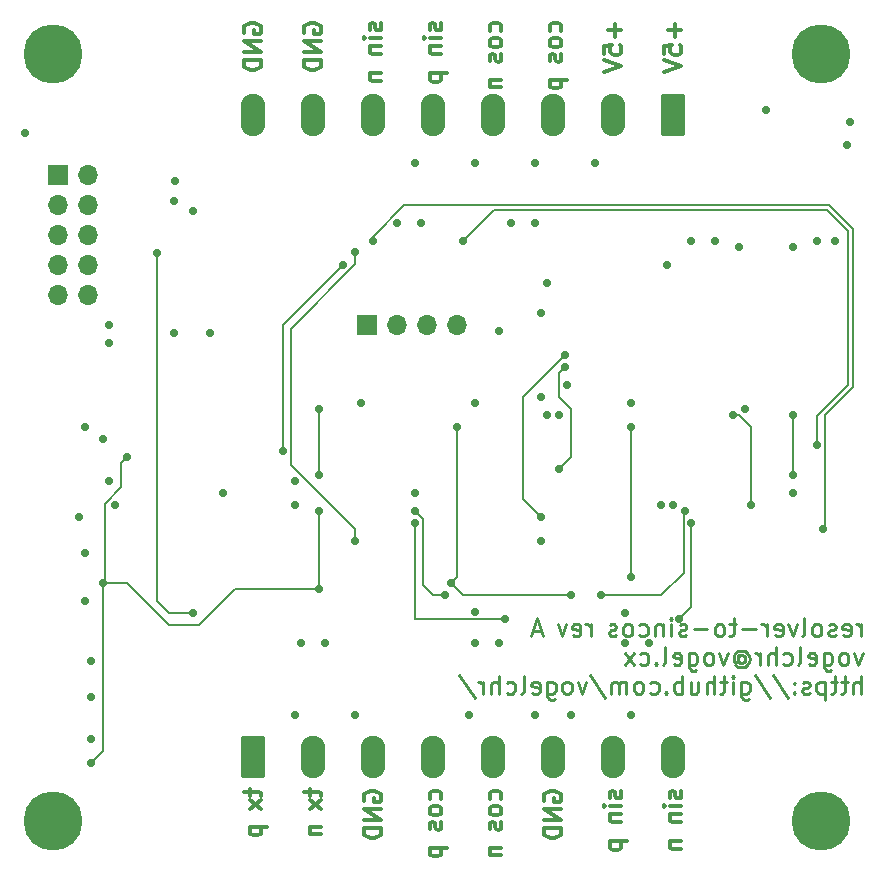
<source format=gbr>
%TF.GenerationSoftware,KiCad,Pcbnew,(6.99.0-4793-g33d76f63b0-dirty)*%
%TF.CreationDate,2022-12-11T21:20:13+01:00*%
%TF.ProjectId,resolver-to-sincos,7265736f-6c76-4657-922d-746f2d73696e,rev?*%
%TF.SameCoordinates,Original*%
%TF.FileFunction,Copper,L4,Bot*%
%TF.FilePolarity,Positive*%
%FSLAX46Y46*%
G04 Gerber Fmt 4.6, Leading zero omitted, Abs format (unit mm)*
G04 Created by KiCad (PCBNEW (6.99.0-4793-g33d76f63b0-dirty)) date 2022-12-11 21:20:13*
%MOMM*%
%LPD*%
G01*
G04 APERTURE LIST*
G04 Aperture macros list*
%AMRoundRect*
0 Rectangle with rounded corners*
0 $1 Rounding radius*
0 $2 $3 $4 $5 $6 $7 $8 $9 X,Y pos of 4 corners*
0 Add a 4 corners polygon primitive as box body*
4,1,4,$2,$3,$4,$5,$6,$7,$8,$9,$2,$3,0*
0 Add four circle primitives for the rounded corners*
1,1,$1+$1,$2,$3*
1,1,$1+$1,$4,$5*
1,1,$1+$1,$6,$7*
1,1,$1+$1,$8,$9*
0 Add four rect primitives between the rounded corners*
20,1,$1+$1,$2,$3,$4,$5,0*
20,1,$1+$1,$4,$5,$6,$7,0*
20,1,$1+$1,$6,$7,$8,$9,0*
20,1,$1+$1,$8,$9,$2,$3,0*%
G04 Aperture macros list end*
%ADD10C,0.300000*%
%TA.AperFunction,NonConductor*%
%ADD11C,0.300000*%
%TD*%
%ADD12C,0.250000*%
%TA.AperFunction,NonConductor*%
%ADD13C,0.250000*%
%TD*%
%TA.AperFunction,ComponentPad*%
%ADD14R,1.700000X1.700000*%
%TD*%
%TA.AperFunction,ComponentPad*%
%ADD15O,1.700000X1.700000*%
%TD*%
%TA.AperFunction,ComponentPad*%
%ADD16C,5.000000*%
%TD*%
%TA.AperFunction,ComponentPad*%
%ADD17RoundRect,0.249999X0.790001X1.550001X-0.790001X1.550001X-0.790001X-1.550001X0.790001X-1.550001X0*%
%TD*%
%TA.AperFunction,ComponentPad*%
%ADD18O,2.080000X3.600000*%
%TD*%
%TA.AperFunction,ComponentPad*%
%ADD19RoundRect,0.249999X-0.790001X-1.550001X0.790001X-1.550001X0.790001X1.550001X-0.790001X1.550001X0*%
%TD*%
%TA.AperFunction,ViaPad*%
%ADD20C,0.700000*%
%TD*%
%TA.AperFunction,Conductor*%
%ADD21C,0.200000*%
%TD*%
G04 APERTURE END LIST*
D10*
D11*
X157598142Y-102465142D02*
X157598142Y-103608000D01*
X158169571Y-103036571D02*
X157026714Y-103036571D01*
X156669571Y-105036571D02*
X156669571Y-104322285D01*
X156669571Y-104322285D02*
X157383857Y-104250857D01*
X157383857Y-104250857D02*
X157312428Y-104322285D01*
X157312428Y-104322285D02*
X157241000Y-104465143D01*
X157241000Y-104465143D02*
X157241000Y-104822285D01*
X157241000Y-104822285D02*
X157312428Y-104965143D01*
X157312428Y-104965143D02*
X157383857Y-105036571D01*
X157383857Y-105036571D02*
X157526714Y-105108000D01*
X157526714Y-105108000D02*
X157883857Y-105108000D01*
X157883857Y-105108000D02*
X158026714Y-105036571D01*
X158026714Y-105036571D02*
X158098142Y-104965143D01*
X158098142Y-104965143D02*
X158169571Y-104822285D01*
X158169571Y-104822285D02*
X158169571Y-104465143D01*
X158169571Y-104465143D02*
X158098142Y-104322285D01*
X158098142Y-104322285D02*
X158026714Y-104250857D01*
X156669571Y-105536571D02*
X158169571Y-106036571D01*
X158169571Y-106036571D02*
X156669571Y-106536571D01*
D10*
D11*
X152518142Y-102465142D02*
X152518142Y-103608000D01*
X153089571Y-103036571D02*
X151946714Y-103036571D01*
X151589571Y-105036571D02*
X151589571Y-104322285D01*
X151589571Y-104322285D02*
X152303857Y-104250857D01*
X152303857Y-104250857D02*
X152232428Y-104322285D01*
X152232428Y-104322285D02*
X152161000Y-104465143D01*
X152161000Y-104465143D02*
X152161000Y-104822285D01*
X152161000Y-104822285D02*
X152232428Y-104965143D01*
X152232428Y-104965143D02*
X152303857Y-105036571D01*
X152303857Y-105036571D02*
X152446714Y-105108000D01*
X152446714Y-105108000D02*
X152803857Y-105108000D01*
X152803857Y-105108000D02*
X152946714Y-105036571D01*
X152946714Y-105036571D02*
X153018142Y-104965143D01*
X153018142Y-104965143D02*
X153089571Y-104822285D01*
X153089571Y-104822285D02*
X153089571Y-104465143D01*
X153089571Y-104465143D02*
X153018142Y-104322285D01*
X153018142Y-104322285D02*
X152946714Y-104250857D01*
X151589571Y-105536571D02*
X153089571Y-106036571D01*
X153089571Y-106036571D02*
X151589571Y-106536571D01*
D10*
D11*
X121181000Y-103250857D02*
X121109571Y-103108000D01*
X121109571Y-103108000D02*
X121109571Y-102893714D01*
X121109571Y-102893714D02*
X121181000Y-102679428D01*
X121181000Y-102679428D02*
X121323857Y-102536571D01*
X121323857Y-102536571D02*
X121466714Y-102465142D01*
X121466714Y-102465142D02*
X121752428Y-102393714D01*
X121752428Y-102393714D02*
X121966714Y-102393714D01*
X121966714Y-102393714D02*
X122252428Y-102465142D01*
X122252428Y-102465142D02*
X122395285Y-102536571D01*
X122395285Y-102536571D02*
X122538142Y-102679428D01*
X122538142Y-102679428D02*
X122609571Y-102893714D01*
X122609571Y-102893714D02*
X122609571Y-103036571D01*
X122609571Y-103036571D02*
X122538142Y-103250857D01*
X122538142Y-103250857D02*
X122466714Y-103322285D01*
X122466714Y-103322285D02*
X121966714Y-103322285D01*
X121966714Y-103322285D02*
X121966714Y-103036571D01*
X122609571Y-103965142D02*
X121109571Y-103965142D01*
X121109571Y-103965142D02*
X122609571Y-104822285D01*
X122609571Y-104822285D02*
X121109571Y-104822285D01*
X122609571Y-105536571D02*
X121109571Y-105536571D01*
X121109571Y-105536571D02*
X121109571Y-105893714D01*
X121109571Y-105893714D02*
X121181000Y-106108000D01*
X121181000Y-106108000D02*
X121323857Y-106250857D01*
X121323857Y-106250857D02*
X121466714Y-106322286D01*
X121466714Y-106322286D02*
X121752428Y-106393714D01*
X121752428Y-106393714D02*
X121966714Y-106393714D01*
X121966714Y-106393714D02*
X122252428Y-106322286D01*
X122252428Y-106322286D02*
X122395285Y-106250857D01*
X122395285Y-106250857D02*
X122538142Y-106108000D01*
X122538142Y-106108000D02*
X122609571Y-105893714D01*
X122609571Y-105893714D02*
X122609571Y-105536571D01*
D10*
D11*
X126261000Y-103250857D02*
X126189571Y-103108000D01*
X126189571Y-103108000D02*
X126189571Y-102893714D01*
X126189571Y-102893714D02*
X126261000Y-102679428D01*
X126261000Y-102679428D02*
X126403857Y-102536571D01*
X126403857Y-102536571D02*
X126546714Y-102465142D01*
X126546714Y-102465142D02*
X126832428Y-102393714D01*
X126832428Y-102393714D02*
X127046714Y-102393714D01*
X127046714Y-102393714D02*
X127332428Y-102465142D01*
X127332428Y-102465142D02*
X127475285Y-102536571D01*
X127475285Y-102536571D02*
X127618142Y-102679428D01*
X127618142Y-102679428D02*
X127689571Y-102893714D01*
X127689571Y-102893714D02*
X127689571Y-103036571D01*
X127689571Y-103036571D02*
X127618142Y-103250857D01*
X127618142Y-103250857D02*
X127546714Y-103322285D01*
X127546714Y-103322285D02*
X127046714Y-103322285D01*
X127046714Y-103322285D02*
X127046714Y-103036571D01*
X127689571Y-103965142D02*
X126189571Y-103965142D01*
X126189571Y-103965142D02*
X127689571Y-104822285D01*
X127689571Y-104822285D02*
X126189571Y-104822285D01*
X127689571Y-105536571D02*
X126189571Y-105536571D01*
X126189571Y-105536571D02*
X126189571Y-105893714D01*
X126189571Y-105893714D02*
X126261000Y-106108000D01*
X126261000Y-106108000D02*
X126403857Y-106250857D01*
X126403857Y-106250857D02*
X126546714Y-106322286D01*
X126546714Y-106322286D02*
X126832428Y-106393714D01*
X126832428Y-106393714D02*
X127046714Y-106393714D01*
X127046714Y-106393714D02*
X127332428Y-106322286D01*
X127332428Y-106322286D02*
X127475285Y-106250857D01*
X127475285Y-106250857D02*
X127618142Y-106108000D01*
X127618142Y-106108000D02*
X127689571Y-105893714D01*
X127689571Y-105893714D02*
X127689571Y-105536571D01*
D10*
D11*
X147938142Y-103108000D02*
X148009571Y-102965142D01*
X148009571Y-102965142D02*
X148009571Y-102679428D01*
X148009571Y-102679428D02*
X147938142Y-102536571D01*
X147938142Y-102536571D02*
X147866714Y-102465142D01*
X147866714Y-102465142D02*
X147723857Y-102393714D01*
X147723857Y-102393714D02*
X147295285Y-102393714D01*
X147295285Y-102393714D02*
X147152428Y-102465142D01*
X147152428Y-102465142D02*
X147081000Y-102536571D01*
X147081000Y-102536571D02*
X147009571Y-102679428D01*
X147009571Y-102679428D02*
X147009571Y-102965142D01*
X147009571Y-102965142D02*
X147081000Y-103108000D01*
X148009571Y-103965142D02*
X147938142Y-103822285D01*
X147938142Y-103822285D02*
X147866714Y-103750856D01*
X147866714Y-103750856D02*
X147723857Y-103679428D01*
X147723857Y-103679428D02*
X147295285Y-103679428D01*
X147295285Y-103679428D02*
X147152428Y-103750856D01*
X147152428Y-103750856D02*
X147081000Y-103822285D01*
X147081000Y-103822285D02*
X147009571Y-103965142D01*
X147009571Y-103965142D02*
X147009571Y-104179428D01*
X147009571Y-104179428D02*
X147081000Y-104322285D01*
X147081000Y-104322285D02*
X147152428Y-104393714D01*
X147152428Y-104393714D02*
X147295285Y-104465142D01*
X147295285Y-104465142D02*
X147723857Y-104465142D01*
X147723857Y-104465142D02*
X147866714Y-104393714D01*
X147866714Y-104393714D02*
X147938142Y-104322285D01*
X147938142Y-104322285D02*
X148009571Y-104179428D01*
X148009571Y-104179428D02*
X148009571Y-103965142D01*
X147938142Y-105036571D02*
X148009571Y-105179428D01*
X148009571Y-105179428D02*
X148009571Y-105465142D01*
X148009571Y-105465142D02*
X147938142Y-105607999D01*
X147938142Y-105607999D02*
X147795285Y-105679428D01*
X147795285Y-105679428D02*
X147723857Y-105679428D01*
X147723857Y-105679428D02*
X147581000Y-105607999D01*
X147581000Y-105607999D02*
X147509571Y-105465142D01*
X147509571Y-105465142D02*
X147509571Y-105250857D01*
X147509571Y-105250857D02*
X147438142Y-105107999D01*
X147438142Y-105107999D02*
X147295285Y-105036571D01*
X147295285Y-105036571D02*
X147223857Y-105036571D01*
X147223857Y-105036571D02*
X147081000Y-105107999D01*
X147081000Y-105107999D02*
X147009571Y-105250857D01*
X147009571Y-105250857D02*
X147009571Y-105465142D01*
X147009571Y-105465142D02*
X147081000Y-105607999D01*
X147009571Y-107222285D02*
X148509571Y-107222285D01*
X147081000Y-107222285D02*
X147009571Y-107365143D01*
X147009571Y-107365143D02*
X147009571Y-107650857D01*
X147009571Y-107650857D02*
X147081000Y-107793714D01*
X147081000Y-107793714D02*
X147152428Y-107865143D01*
X147152428Y-107865143D02*
X147295285Y-107936571D01*
X147295285Y-107936571D02*
X147723857Y-107936571D01*
X147723857Y-107936571D02*
X147866714Y-107865143D01*
X147866714Y-107865143D02*
X147938142Y-107793714D01*
X147938142Y-107793714D02*
X148009571Y-107650857D01*
X148009571Y-107650857D02*
X148009571Y-107365143D01*
X148009571Y-107365143D02*
X147938142Y-107222285D01*
D10*
D11*
X142858142Y-103108000D02*
X142929571Y-102965142D01*
X142929571Y-102965142D02*
X142929571Y-102679428D01*
X142929571Y-102679428D02*
X142858142Y-102536571D01*
X142858142Y-102536571D02*
X142786714Y-102465142D01*
X142786714Y-102465142D02*
X142643857Y-102393714D01*
X142643857Y-102393714D02*
X142215285Y-102393714D01*
X142215285Y-102393714D02*
X142072428Y-102465142D01*
X142072428Y-102465142D02*
X142001000Y-102536571D01*
X142001000Y-102536571D02*
X141929571Y-102679428D01*
X141929571Y-102679428D02*
X141929571Y-102965142D01*
X141929571Y-102965142D02*
X142001000Y-103108000D01*
X142929571Y-103965142D02*
X142858142Y-103822285D01*
X142858142Y-103822285D02*
X142786714Y-103750856D01*
X142786714Y-103750856D02*
X142643857Y-103679428D01*
X142643857Y-103679428D02*
X142215285Y-103679428D01*
X142215285Y-103679428D02*
X142072428Y-103750856D01*
X142072428Y-103750856D02*
X142001000Y-103822285D01*
X142001000Y-103822285D02*
X141929571Y-103965142D01*
X141929571Y-103965142D02*
X141929571Y-104179428D01*
X141929571Y-104179428D02*
X142001000Y-104322285D01*
X142001000Y-104322285D02*
X142072428Y-104393714D01*
X142072428Y-104393714D02*
X142215285Y-104465142D01*
X142215285Y-104465142D02*
X142643857Y-104465142D01*
X142643857Y-104465142D02*
X142786714Y-104393714D01*
X142786714Y-104393714D02*
X142858142Y-104322285D01*
X142858142Y-104322285D02*
X142929571Y-104179428D01*
X142929571Y-104179428D02*
X142929571Y-103965142D01*
X142858142Y-105036571D02*
X142929571Y-105179428D01*
X142929571Y-105179428D02*
X142929571Y-105465142D01*
X142929571Y-105465142D02*
X142858142Y-105607999D01*
X142858142Y-105607999D02*
X142715285Y-105679428D01*
X142715285Y-105679428D02*
X142643857Y-105679428D01*
X142643857Y-105679428D02*
X142501000Y-105607999D01*
X142501000Y-105607999D02*
X142429571Y-105465142D01*
X142429571Y-105465142D02*
X142429571Y-105250857D01*
X142429571Y-105250857D02*
X142358142Y-105107999D01*
X142358142Y-105107999D02*
X142215285Y-105036571D01*
X142215285Y-105036571D02*
X142143857Y-105036571D01*
X142143857Y-105036571D02*
X142001000Y-105107999D01*
X142001000Y-105107999D02*
X141929571Y-105250857D01*
X141929571Y-105250857D02*
X141929571Y-105465142D01*
X141929571Y-105465142D02*
X142001000Y-105607999D01*
X141929571Y-107222285D02*
X142929571Y-107222285D01*
X142072428Y-107222285D02*
X142001000Y-107293714D01*
X142001000Y-107293714D02*
X141929571Y-107436571D01*
X141929571Y-107436571D02*
X141929571Y-107650857D01*
X141929571Y-107650857D02*
X142001000Y-107793714D01*
X142001000Y-107793714D02*
X142143857Y-107865143D01*
X142143857Y-107865143D02*
X142929571Y-107865143D01*
D10*
D11*
X137778142Y-102393714D02*
X137849571Y-102536571D01*
X137849571Y-102536571D02*
X137849571Y-102822285D01*
X137849571Y-102822285D02*
X137778142Y-102965142D01*
X137778142Y-102965142D02*
X137635285Y-103036571D01*
X137635285Y-103036571D02*
X137563857Y-103036571D01*
X137563857Y-103036571D02*
X137421000Y-102965142D01*
X137421000Y-102965142D02*
X137349571Y-102822285D01*
X137349571Y-102822285D02*
X137349571Y-102608000D01*
X137349571Y-102608000D02*
X137278142Y-102465142D01*
X137278142Y-102465142D02*
X137135285Y-102393714D01*
X137135285Y-102393714D02*
X137063857Y-102393714D01*
X137063857Y-102393714D02*
X136921000Y-102465142D01*
X136921000Y-102465142D02*
X136849571Y-102608000D01*
X136849571Y-102608000D02*
X136849571Y-102822285D01*
X136849571Y-102822285D02*
X136921000Y-102965142D01*
X137849571Y-103679428D02*
X136849571Y-103679428D01*
X136349571Y-103679428D02*
X136421000Y-103608000D01*
X136421000Y-103608000D02*
X136492428Y-103679428D01*
X136492428Y-103679428D02*
X136421000Y-103750857D01*
X136421000Y-103750857D02*
X136349571Y-103679428D01*
X136349571Y-103679428D02*
X136492428Y-103679428D01*
X136849571Y-104393714D02*
X137849571Y-104393714D01*
X136992428Y-104393714D02*
X136921000Y-104465143D01*
X136921000Y-104465143D02*
X136849571Y-104608000D01*
X136849571Y-104608000D02*
X136849571Y-104822286D01*
X136849571Y-104822286D02*
X136921000Y-104965143D01*
X136921000Y-104965143D02*
X137063857Y-105036572D01*
X137063857Y-105036572D02*
X137849571Y-105036572D01*
X136849571Y-106650857D02*
X138349571Y-106650857D01*
X136921000Y-106650857D02*
X136849571Y-106793715D01*
X136849571Y-106793715D02*
X136849571Y-107079429D01*
X136849571Y-107079429D02*
X136921000Y-107222286D01*
X136921000Y-107222286D02*
X136992428Y-107293715D01*
X136992428Y-107293715D02*
X137135285Y-107365143D01*
X137135285Y-107365143D02*
X137563857Y-107365143D01*
X137563857Y-107365143D02*
X137706714Y-107293715D01*
X137706714Y-107293715D02*
X137778142Y-107222286D01*
X137778142Y-107222286D02*
X137849571Y-107079429D01*
X137849571Y-107079429D02*
X137849571Y-106793715D01*
X137849571Y-106793715D02*
X137778142Y-106650857D01*
D10*
D11*
X132698142Y-102393714D02*
X132769571Y-102536571D01*
X132769571Y-102536571D02*
X132769571Y-102822285D01*
X132769571Y-102822285D02*
X132698142Y-102965142D01*
X132698142Y-102965142D02*
X132555285Y-103036571D01*
X132555285Y-103036571D02*
X132483857Y-103036571D01*
X132483857Y-103036571D02*
X132341000Y-102965142D01*
X132341000Y-102965142D02*
X132269571Y-102822285D01*
X132269571Y-102822285D02*
X132269571Y-102608000D01*
X132269571Y-102608000D02*
X132198142Y-102465142D01*
X132198142Y-102465142D02*
X132055285Y-102393714D01*
X132055285Y-102393714D02*
X131983857Y-102393714D01*
X131983857Y-102393714D02*
X131841000Y-102465142D01*
X131841000Y-102465142D02*
X131769571Y-102608000D01*
X131769571Y-102608000D02*
X131769571Y-102822285D01*
X131769571Y-102822285D02*
X131841000Y-102965142D01*
X132769571Y-103679428D02*
X131769571Y-103679428D01*
X131269571Y-103679428D02*
X131341000Y-103608000D01*
X131341000Y-103608000D02*
X131412428Y-103679428D01*
X131412428Y-103679428D02*
X131341000Y-103750857D01*
X131341000Y-103750857D02*
X131269571Y-103679428D01*
X131269571Y-103679428D02*
X131412428Y-103679428D01*
X131769571Y-104393714D02*
X132769571Y-104393714D01*
X131912428Y-104393714D02*
X131841000Y-104465143D01*
X131841000Y-104465143D02*
X131769571Y-104608000D01*
X131769571Y-104608000D02*
X131769571Y-104822286D01*
X131769571Y-104822286D02*
X131841000Y-104965143D01*
X131841000Y-104965143D02*
X131983857Y-105036572D01*
X131983857Y-105036572D02*
X132769571Y-105036572D01*
X131769571Y-106650857D02*
X132769571Y-106650857D01*
X131912428Y-106650857D02*
X131841000Y-106722286D01*
X131841000Y-106722286D02*
X131769571Y-106865143D01*
X131769571Y-106865143D02*
X131769571Y-107079429D01*
X131769571Y-107079429D02*
X131841000Y-107222286D01*
X131841000Y-107222286D02*
X131983857Y-107293715D01*
X131983857Y-107293715D02*
X132769571Y-107293715D01*
D10*
D11*
X131341000Y-168274857D02*
X131269571Y-168132000D01*
X131269571Y-168132000D02*
X131269571Y-167917714D01*
X131269571Y-167917714D02*
X131341000Y-167703428D01*
X131341000Y-167703428D02*
X131483857Y-167560571D01*
X131483857Y-167560571D02*
X131626714Y-167489142D01*
X131626714Y-167489142D02*
X131912428Y-167417714D01*
X131912428Y-167417714D02*
X132126714Y-167417714D01*
X132126714Y-167417714D02*
X132412428Y-167489142D01*
X132412428Y-167489142D02*
X132555285Y-167560571D01*
X132555285Y-167560571D02*
X132698142Y-167703428D01*
X132698142Y-167703428D02*
X132769571Y-167917714D01*
X132769571Y-167917714D02*
X132769571Y-168060571D01*
X132769571Y-168060571D02*
X132698142Y-168274857D01*
X132698142Y-168274857D02*
X132626714Y-168346285D01*
X132626714Y-168346285D02*
X132126714Y-168346285D01*
X132126714Y-168346285D02*
X132126714Y-168060571D01*
X132769571Y-168989142D02*
X131269571Y-168989142D01*
X131269571Y-168989142D02*
X132769571Y-169846285D01*
X132769571Y-169846285D02*
X131269571Y-169846285D01*
X132769571Y-170560571D02*
X131269571Y-170560571D01*
X131269571Y-170560571D02*
X131269571Y-170917714D01*
X131269571Y-170917714D02*
X131341000Y-171132000D01*
X131341000Y-171132000D02*
X131483857Y-171274857D01*
X131483857Y-171274857D02*
X131626714Y-171346286D01*
X131626714Y-171346286D02*
X131912428Y-171417714D01*
X131912428Y-171417714D02*
X132126714Y-171417714D01*
X132126714Y-171417714D02*
X132412428Y-171346286D01*
X132412428Y-171346286D02*
X132555285Y-171274857D01*
X132555285Y-171274857D02*
X132698142Y-171132000D01*
X132698142Y-171132000D02*
X132769571Y-170917714D01*
X132769571Y-170917714D02*
X132769571Y-170560571D01*
D10*
D11*
X146581000Y-168274857D02*
X146509571Y-168132000D01*
X146509571Y-168132000D02*
X146509571Y-167917714D01*
X146509571Y-167917714D02*
X146581000Y-167703428D01*
X146581000Y-167703428D02*
X146723857Y-167560571D01*
X146723857Y-167560571D02*
X146866714Y-167489142D01*
X146866714Y-167489142D02*
X147152428Y-167417714D01*
X147152428Y-167417714D02*
X147366714Y-167417714D01*
X147366714Y-167417714D02*
X147652428Y-167489142D01*
X147652428Y-167489142D02*
X147795285Y-167560571D01*
X147795285Y-167560571D02*
X147938142Y-167703428D01*
X147938142Y-167703428D02*
X148009571Y-167917714D01*
X148009571Y-167917714D02*
X148009571Y-168060571D01*
X148009571Y-168060571D02*
X147938142Y-168274857D01*
X147938142Y-168274857D02*
X147866714Y-168346285D01*
X147866714Y-168346285D02*
X147366714Y-168346285D01*
X147366714Y-168346285D02*
X147366714Y-168060571D01*
X148009571Y-168989142D02*
X146509571Y-168989142D01*
X146509571Y-168989142D02*
X148009571Y-169846285D01*
X148009571Y-169846285D02*
X146509571Y-169846285D01*
X148009571Y-170560571D02*
X146509571Y-170560571D01*
X146509571Y-170560571D02*
X146509571Y-170917714D01*
X146509571Y-170917714D02*
X146581000Y-171132000D01*
X146581000Y-171132000D02*
X146723857Y-171274857D01*
X146723857Y-171274857D02*
X146866714Y-171346286D01*
X146866714Y-171346286D02*
X147152428Y-171417714D01*
X147152428Y-171417714D02*
X147366714Y-171417714D01*
X147366714Y-171417714D02*
X147652428Y-171346286D01*
X147652428Y-171346286D02*
X147795285Y-171274857D01*
X147795285Y-171274857D02*
X147938142Y-171132000D01*
X147938142Y-171132000D02*
X148009571Y-170917714D01*
X148009571Y-170917714D02*
X148009571Y-170560571D01*
D10*
D11*
X121609571Y-167274857D02*
X121609571Y-167846285D01*
X121109571Y-167489142D02*
X122395285Y-167489142D01*
X122395285Y-167489142D02*
X122538142Y-167560571D01*
X122538142Y-167560571D02*
X122609571Y-167703428D01*
X122609571Y-167703428D02*
X122609571Y-167846285D01*
X122609571Y-168203428D02*
X121609571Y-168989143D01*
X121609571Y-168203428D02*
X122609571Y-168989143D01*
X121609571Y-170460571D02*
X123109571Y-170460571D01*
X121681000Y-170460571D02*
X121609571Y-170603429D01*
X121609571Y-170603429D02*
X121609571Y-170889143D01*
X121609571Y-170889143D02*
X121681000Y-171032000D01*
X121681000Y-171032000D02*
X121752428Y-171103429D01*
X121752428Y-171103429D02*
X121895285Y-171174857D01*
X121895285Y-171174857D02*
X122323857Y-171174857D01*
X122323857Y-171174857D02*
X122466714Y-171103429D01*
X122466714Y-171103429D02*
X122538142Y-171032000D01*
X122538142Y-171032000D02*
X122609571Y-170889143D01*
X122609571Y-170889143D02*
X122609571Y-170603429D01*
X122609571Y-170603429D02*
X122538142Y-170460571D01*
D10*
D11*
X126689571Y-167274857D02*
X126689571Y-167846285D01*
X126189571Y-167489142D02*
X127475285Y-167489142D01*
X127475285Y-167489142D02*
X127618142Y-167560571D01*
X127618142Y-167560571D02*
X127689571Y-167703428D01*
X127689571Y-167703428D02*
X127689571Y-167846285D01*
X127689571Y-168203428D02*
X126689571Y-168989143D01*
X126689571Y-168203428D02*
X127689571Y-168989143D01*
X126689571Y-170460571D02*
X127689571Y-170460571D01*
X126832428Y-170460571D02*
X126761000Y-170532000D01*
X126761000Y-170532000D02*
X126689571Y-170674857D01*
X126689571Y-170674857D02*
X126689571Y-170889143D01*
X126689571Y-170889143D02*
X126761000Y-171032000D01*
X126761000Y-171032000D02*
X126903857Y-171103429D01*
X126903857Y-171103429D02*
X127689571Y-171103429D01*
D10*
D11*
X137778142Y-168132000D02*
X137849571Y-167989142D01*
X137849571Y-167989142D02*
X137849571Y-167703428D01*
X137849571Y-167703428D02*
X137778142Y-167560571D01*
X137778142Y-167560571D02*
X137706714Y-167489142D01*
X137706714Y-167489142D02*
X137563857Y-167417714D01*
X137563857Y-167417714D02*
X137135285Y-167417714D01*
X137135285Y-167417714D02*
X136992428Y-167489142D01*
X136992428Y-167489142D02*
X136921000Y-167560571D01*
X136921000Y-167560571D02*
X136849571Y-167703428D01*
X136849571Y-167703428D02*
X136849571Y-167989142D01*
X136849571Y-167989142D02*
X136921000Y-168132000D01*
X137849571Y-168989142D02*
X137778142Y-168846285D01*
X137778142Y-168846285D02*
X137706714Y-168774856D01*
X137706714Y-168774856D02*
X137563857Y-168703428D01*
X137563857Y-168703428D02*
X137135285Y-168703428D01*
X137135285Y-168703428D02*
X136992428Y-168774856D01*
X136992428Y-168774856D02*
X136921000Y-168846285D01*
X136921000Y-168846285D02*
X136849571Y-168989142D01*
X136849571Y-168989142D02*
X136849571Y-169203428D01*
X136849571Y-169203428D02*
X136921000Y-169346285D01*
X136921000Y-169346285D02*
X136992428Y-169417714D01*
X136992428Y-169417714D02*
X137135285Y-169489142D01*
X137135285Y-169489142D02*
X137563857Y-169489142D01*
X137563857Y-169489142D02*
X137706714Y-169417714D01*
X137706714Y-169417714D02*
X137778142Y-169346285D01*
X137778142Y-169346285D02*
X137849571Y-169203428D01*
X137849571Y-169203428D02*
X137849571Y-168989142D01*
X137778142Y-170060571D02*
X137849571Y-170203428D01*
X137849571Y-170203428D02*
X137849571Y-170489142D01*
X137849571Y-170489142D02*
X137778142Y-170631999D01*
X137778142Y-170631999D02*
X137635285Y-170703428D01*
X137635285Y-170703428D02*
X137563857Y-170703428D01*
X137563857Y-170703428D02*
X137421000Y-170631999D01*
X137421000Y-170631999D02*
X137349571Y-170489142D01*
X137349571Y-170489142D02*
X137349571Y-170274857D01*
X137349571Y-170274857D02*
X137278142Y-170131999D01*
X137278142Y-170131999D02*
X137135285Y-170060571D01*
X137135285Y-170060571D02*
X137063857Y-170060571D01*
X137063857Y-170060571D02*
X136921000Y-170131999D01*
X136921000Y-170131999D02*
X136849571Y-170274857D01*
X136849571Y-170274857D02*
X136849571Y-170489142D01*
X136849571Y-170489142D02*
X136921000Y-170631999D01*
X136849571Y-172246285D02*
X138349571Y-172246285D01*
X136921000Y-172246285D02*
X136849571Y-172389143D01*
X136849571Y-172389143D02*
X136849571Y-172674857D01*
X136849571Y-172674857D02*
X136921000Y-172817714D01*
X136921000Y-172817714D02*
X136992428Y-172889143D01*
X136992428Y-172889143D02*
X137135285Y-172960571D01*
X137135285Y-172960571D02*
X137563857Y-172960571D01*
X137563857Y-172960571D02*
X137706714Y-172889143D01*
X137706714Y-172889143D02*
X137778142Y-172817714D01*
X137778142Y-172817714D02*
X137849571Y-172674857D01*
X137849571Y-172674857D02*
X137849571Y-172389143D01*
X137849571Y-172389143D02*
X137778142Y-172246285D01*
D10*
D11*
X142858142Y-168132000D02*
X142929571Y-167989142D01*
X142929571Y-167989142D02*
X142929571Y-167703428D01*
X142929571Y-167703428D02*
X142858142Y-167560571D01*
X142858142Y-167560571D02*
X142786714Y-167489142D01*
X142786714Y-167489142D02*
X142643857Y-167417714D01*
X142643857Y-167417714D02*
X142215285Y-167417714D01*
X142215285Y-167417714D02*
X142072428Y-167489142D01*
X142072428Y-167489142D02*
X142001000Y-167560571D01*
X142001000Y-167560571D02*
X141929571Y-167703428D01*
X141929571Y-167703428D02*
X141929571Y-167989142D01*
X141929571Y-167989142D02*
X142001000Y-168132000D01*
X142929571Y-168989142D02*
X142858142Y-168846285D01*
X142858142Y-168846285D02*
X142786714Y-168774856D01*
X142786714Y-168774856D02*
X142643857Y-168703428D01*
X142643857Y-168703428D02*
X142215285Y-168703428D01*
X142215285Y-168703428D02*
X142072428Y-168774856D01*
X142072428Y-168774856D02*
X142001000Y-168846285D01*
X142001000Y-168846285D02*
X141929571Y-168989142D01*
X141929571Y-168989142D02*
X141929571Y-169203428D01*
X141929571Y-169203428D02*
X142001000Y-169346285D01*
X142001000Y-169346285D02*
X142072428Y-169417714D01*
X142072428Y-169417714D02*
X142215285Y-169489142D01*
X142215285Y-169489142D02*
X142643857Y-169489142D01*
X142643857Y-169489142D02*
X142786714Y-169417714D01*
X142786714Y-169417714D02*
X142858142Y-169346285D01*
X142858142Y-169346285D02*
X142929571Y-169203428D01*
X142929571Y-169203428D02*
X142929571Y-168989142D01*
X142858142Y-170060571D02*
X142929571Y-170203428D01*
X142929571Y-170203428D02*
X142929571Y-170489142D01*
X142929571Y-170489142D02*
X142858142Y-170631999D01*
X142858142Y-170631999D02*
X142715285Y-170703428D01*
X142715285Y-170703428D02*
X142643857Y-170703428D01*
X142643857Y-170703428D02*
X142501000Y-170631999D01*
X142501000Y-170631999D02*
X142429571Y-170489142D01*
X142429571Y-170489142D02*
X142429571Y-170274857D01*
X142429571Y-170274857D02*
X142358142Y-170131999D01*
X142358142Y-170131999D02*
X142215285Y-170060571D01*
X142215285Y-170060571D02*
X142143857Y-170060571D01*
X142143857Y-170060571D02*
X142001000Y-170131999D01*
X142001000Y-170131999D02*
X141929571Y-170274857D01*
X141929571Y-170274857D02*
X141929571Y-170489142D01*
X141929571Y-170489142D02*
X142001000Y-170631999D01*
X141929571Y-172246285D02*
X142929571Y-172246285D01*
X142072428Y-172246285D02*
X142001000Y-172317714D01*
X142001000Y-172317714D02*
X141929571Y-172460571D01*
X141929571Y-172460571D02*
X141929571Y-172674857D01*
X141929571Y-172674857D02*
X142001000Y-172817714D01*
X142001000Y-172817714D02*
X142143857Y-172889143D01*
X142143857Y-172889143D02*
X142929571Y-172889143D01*
D10*
D11*
X153018142Y-167417714D02*
X153089571Y-167560571D01*
X153089571Y-167560571D02*
X153089571Y-167846285D01*
X153089571Y-167846285D02*
X153018142Y-167989142D01*
X153018142Y-167989142D02*
X152875285Y-168060571D01*
X152875285Y-168060571D02*
X152803857Y-168060571D01*
X152803857Y-168060571D02*
X152661000Y-167989142D01*
X152661000Y-167989142D02*
X152589571Y-167846285D01*
X152589571Y-167846285D02*
X152589571Y-167632000D01*
X152589571Y-167632000D02*
X152518142Y-167489142D01*
X152518142Y-167489142D02*
X152375285Y-167417714D01*
X152375285Y-167417714D02*
X152303857Y-167417714D01*
X152303857Y-167417714D02*
X152161000Y-167489142D01*
X152161000Y-167489142D02*
X152089571Y-167632000D01*
X152089571Y-167632000D02*
X152089571Y-167846285D01*
X152089571Y-167846285D02*
X152161000Y-167989142D01*
X153089571Y-168703428D02*
X152089571Y-168703428D01*
X151589571Y-168703428D02*
X151661000Y-168632000D01*
X151661000Y-168632000D02*
X151732428Y-168703428D01*
X151732428Y-168703428D02*
X151661000Y-168774857D01*
X151661000Y-168774857D02*
X151589571Y-168703428D01*
X151589571Y-168703428D02*
X151732428Y-168703428D01*
X152089571Y-169417714D02*
X153089571Y-169417714D01*
X152232428Y-169417714D02*
X152161000Y-169489143D01*
X152161000Y-169489143D02*
X152089571Y-169632000D01*
X152089571Y-169632000D02*
X152089571Y-169846286D01*
X152089571Y-169846286D02*
X152161000Y-169989143D01*
X152161000Y-169989143D02*
X152303857Y-170060572D01*
X152303857Y-170060572D02*
X153089571Y-170060572D01*
X152089571Y-171674857D02*
X153589571Y-171674857D01*
X152161000Y-171674857D02*
X152089571Y-171817715D01*
X152089571Y-171817715D02*
X152089571Y-172103429D01*
X152089571Y-172103429D02*
X152161000Y-172246286D01*
X152161000Y-172246286D02*
X152232428Y-172317715D01*
X152232428Y-172317715D02*
X152375285Y-172389143D01*
X152375285Y-172389143D02*
X152803857Y-172389143D01*
X152803857Y-172389143D02*
X152946714Y-172317715D01*
X152946714Y-172317715D02*
X153018142Y-172246286D01*
X153018142Y-172246286D02*
X153089571Y-172103429D01*
X153089571Y-172103429D02*
X153089571Y-171817715D01*
X153089571Y-171817715D02*
X153018142Y-171674857D01*
D10*
D11*
X158098142Y-167417714D02*
X158169571Y-167560571D01*
X158169571Y-167560571D02*
X158169571Y-167846285D01*
X158169571Y-167846285D02*
X158098142Y-167989142D01*
X158098142Y-167989142D02*
X157955285Y-168060571D01*
X157955285Y-168060571D02*
X157883857Y-168060571D01*
X157883857Y-168060571D02*
X157741000Y-167989142D01*
X157741000Y-167989142D02*
X157669571Y-167846285D01*
X157669571Y-167846285D02*
X157669571Y-167632000D01*
X157669571Y-167632000D02*
X157598142Y-167489142D01*
X157598142Y-167489142D02*
X157455285Y-167417714D01*
X157455285Y-167417714D02*
X157383857Y-167417714D01*
X157383857Y-167417714D02*
X157241000Y-167489142D01*
X157241000Y-167489142D02*
X157169571Y-167632000D01*
X157169571Y-167632000D02*
X157169571Y-167846285D01*
X157169571Y-167846285D02*
X157241000Y-167989142D01*
X158169571Y-168703428D02*
X157169571Y-168703428D01*
X156669571Y-168703428D02*
X156741000Y-168632000D01*
X156741000Y-168632000D02*
X156812428Y-168703428D01*
X156812428Y-168703428D02*
X156741000Y-168774857D01*
X156741000Y-168774857D02*
X156669571Y-168703428D01*
X156669571Y-168703428D02*
X156812428Y-168703428D01*
X157169571Y-169417714D02*
X158169571Y-169417714D01*
X157312428Y-169417714D02*
X157241000Y-169489143D01*
X157241000Y-169489143D02*
X157169571Y-169632000D01*
X157169571Y-169632000D02*
X157169571Y-169846286D01*
X157169571Y-169846286D02*
X157241000Y-169989143D01*
X157241000Y-169989143D02*
X157383857Y-170060572D01*
X157383857Y-170060572D02*
X158169571Y-170060572D01*
X157169571Y-171674857D02*
X158169571Y-171674857D01*
X157312428Y-171674857D02*
X157241000Y-171746286D01*
X157241000Y-171746286D02*
X157169571Y-171889143D01*
X157169571Y-171889143D02*
X157169571Y-172103429D01*
X157169571Y-172103429D02*
X157241000Y-172246286D01*
X157241000Y-172246286D02*
X157383857Y-172317715D01*
X157383857Y-172317715D02*
X158169571Y-172317715D01*
D12*
D13*
X173378857Y-154325571D02*
X173378857Y-153325571D01*
X173378857Y-153611285D02*
X173307428Y-153468428D01*
X173307428Y-153468428D02*
X173236000Y-153397000D01*
X173236000Y-153397000D02*
X173093142Y-153325571D01*
X173093142Y-153325571D02*
X172950285Y-153325571D01*
X171878857Y-154254142D02*
X172021714Y-154325571D01*
X172021714Y-154325571D02*
X172307429Y-154325571D01*
X172307429Y-154325571D02*
X172450286Y-154254142D01*
X172450286Y-154254142D02*
X172521714Y-154111285D01*
X172521714Y-154111285D02*
X172521714Y-153539857D01*
X172521714Y-153539857D02*
X172450286Y-153397000D01*
X172450286Y-153397000D02*
X172307429Y-153325571D01*
X172307429Y-153325571D02*
X172021714Y-153325571D01*
X172021714Y-153325571D02*
X171878857Y-153397000D01*
X171878857Y-153397000D02*
X171807429Y-153539857D01*
X171807429Y-153539857D02*
X171807429Y-153682714D01*
X171807429Y-153682714D02*
X172521714Y-153825571D01*
X171236000Y-154254142D02*
X171093143Y-154325571D01*
X171093143Y-154325571D02*
X170807429Y-154325571D01*
X170807429Y-154325571D02*
X170664572Y-154254142D01*
X170664572Y-154254142D02*
X170593143Y-154111285D01*
X170593143Y-154111285D02*
X170593143Y-154039857D01*
X170593143Y-154039857D02*
X170664572Y-153897000D01*
X170664572Y-153897000D02*
X170807429Y-153825571D01*
X170807429Y-153825571D02*
X171021715Y-153825571D01*
X171021715Y-153825571D02*
X171164572Y-153754142D01*
X171164572Y-153754142D02*
X171236000Y-153611285D01*
X171236000Y-153611285D02*
X171236000Y-153539857D01*
X171236000Y-153539857D02*
X171164572Y-153397000D01*
X171164572Y-153397000D02*
X171021715Y-153325571D01*
X171021715Y-153325571D02*
X170807429Y-153325571D01*
X170807429Y-153325571D02*
X170664572Y-153397000D01*
X169736000Y-154325571D02*
X169878857Y-154254142D01*
X169878857Y-154254142D02*
X169950286Y-154182714D01*
X169950286Y-154182714D02*
X170021714Y-154039857D01*
X170021714Y-154039857D02*
X170021714Y-153611285D01*
X170021714Y-153611285D02*
X169950286Y-153468428D01*
X169950286Y-153468428D02*
X169878857Y-153397000D01*
X169878857Y-153397000D02*
X169736000Y-153325571D01*
X169736000Y-153325571D02*
X169521714Y-153325571D01*
X169521714Y-153325571D02*
X169378857Y-153397000D01*
X169378857Y-153397000D02*
X169307429Y-153468428D01*
X169307429Y-153468428D02*
X169236000Y-153611285D01*
X169236000Y-153611285D02*
X169236000Y-154039857D01*
X169236000Y-154039857D02*
X169307429Y-154182714D01*
X169307429Y-154182714D02*
X169378857Y-154254142D01*
X169378857Y-154254142D02*
X169521714Y-154325571D01*
X169521714Y-154325571D02*
X169736000Y-154325571D01*
X168378857Y-154325571D02*
X168521714Y-154254142D01*
X168521714Y-154254142D02*
X168593143Y-154111285D01*
X168593143Y-154111285D02*
X168593143Y-152825571D01*
X167950286Y-153325571D02*
X167593143Y-154325571D01*
X167593143Y-154325571D02*
X167236000Y-153325571D01*
X166093143Y-154254142D02*
X166236000Y-154325571D01*
X166236000Y-154325571D02*
X166521715Y-154325571D01*
X166521715Y-154325571D02*
X166664572Y-154254142D01*
X166664572Y-154254142D02*
X166736000Y-154111285D01*
X166736000Y-154111285D02*
X166736000Y-153539857D01*
X166736000Y-153539857D02*
X166664572Y-153397000D01*
X166664572Y-153397000D02*
X166521715Y-153325571D01*
X166521715Y-153325571D02*
X166236000Y-153325571D01*
X166236000Y-153325571D02*
X166093143Y-153397000D01*
X166093143Y-153397000D02*
X166021715Y-153539857D01*
X166021715Y-153539857D02*
X166021715Y-153682714D01*
X166021715Y-153682714D02*
X166736000Y-153825571D01*
X165378858Y-154325571D02*
X165378858Y-153325571D01*
X165378858Y-153611285D02*
X165307429Y-153468428D01*
X165307429Y-153468428D02*
X165236001Y-153397000D01*
X165236001Y-153397000D02*
X165093143Y-153325571D01*
X165093143Y-153325571D02*
X164950286Y-153325571D01*
X164450287Y-153754142D02*
X163307430Y-153754142D01*
X162807429Y-153325571D02*
X162236001Y-153325571D01*
X162593144Y-152825571D02*
X162593144Y-154111285D01*
X162593144Y-154111285D02*
X162521715Y-154254142D01*
X162521715Y-154254142D02*
X162378858Y-154325571D01*
X162378858Y-154325571D02*
X162236001Y-154325571D01*
X161521715Y-154325571D02*
X161664572Y-154254142D01*
X161664572Y-154254142D02*
X161736001Y-154182714D01*
X161736001Y-154182714D02*
X161807429Y-154039857D01*
X161807429Y-154039857D02*
X161807429Y-153611285D01*
X161807429Y-153611285D02*
X161736001Y-153468428D01*
X161736001Y-153468428D02*
X161664572Y-153397000D01*
X161664572Y-153397000D02*
X161521715Y-153325571D01*
X161521715Y-153325571D02*
X161307429Y-153325571D01*
X161307429Y-153325571D02*
X161164572Y-153397000D01*
X161164572Y-153397000D02*
X161093144Y-153468428D01*
X161093144Y-153468428D02*
X161021715Y-153611285D01*
X161021715Y-153611285D02*
X161021715Y-154039857D01*
X161021715Y-154039857D02*
X161093144Y-154182714D01*
X161093144Y-154182714D02*
X161164572Y-154254142D01*
X161164572Y-154254142D02*
X161307429Y-154325571D01*
X161307429Y-154325571D02*
X161521715Y-154325571D01*
X160378858Y-153754142D02*
X159236001Y-153754142D01*
X158593143Y-154254142D02*
X158450286Y-154325571D01*
X158450286Y-154325571D02*
X158164572Y-154325571D01*
X158164572Y-154325571D02*
X158021715Y-154254142D01*
X158021715Y-154254142D02*
X157950286Y-154111285D01*
X157950286Y-154111285D02*
X157950286Y-154039857D01*
X157950286Y-154039857D02*
X158021715Y-153897000D01*
X158021715Y-153897000D02*
X158164572Y-153825571D01*
X158164572Y-153825571D02*
X158378858Y-153825571D01*
X158378858Y-153825571D02*
X158521715Y-153754142D01*
X158521715Y-153754142D02*
X158593143Y-153611285D01*
X158593143Y-153611285D02*
X158593143Y-153539857D01*
X158593143Y-153539857D02*
X158521715Y-153397000D01*
X158521715Y-153397000D02*
X158378858Y-153325571D01*
X158378858Y-153325571D02*
X158164572Y-153325571D01*
X158164572Y-153325571D02*
X158021715Y-153397000D01*
X157307429Y-154325571D02*
X157307429Y-153325571D01*
X157307429Y-152825571D02*
X157378857Y-152897000D01*
X157378857Y-152897000D02*
X157307429Y-152968428D01*
X157307429Y-152968428D02*
X157236000Y-152897000D01*
X157236000Y-152897000D02*
X157307429Y-152825571D01*
X157307429Y-152825571D02*
X157307429Y-152968428D01*
X156593143Y-153325571D02*
X156593143Y-154325571D01*
X156593143Y-153468428D02*
X156521714Y-153397000D01*
X156521714Y-153397000D02*
X156378857Y-153325571D01*
X156378857Y-153325571D02*
X156164571Y-153325571D01*
X156164571Y-153325571D02*
X156021714Y-153397000D01*
X156021714Y-153397000D02*
X155950286Y-153539857D01*
X155950286Y-153539857D02*
X155950286Y-154325571D01*
X154593143Y-154254142D02*
X154736000Y-154325571D01*
X154736000Y-154325571D02*
X155021714Y-154325571D01*
X155021714Y-154325571D02*
X155164571Y-154254142D01*
X155164571Y-154254142D02*
X155236000Y-154182714D01*
X155236000Y-154182714D02*
X155307428Y-154039857D01*
X155307428Y-154039857D02*
X155307428Y-153611285D01*
X155307428Y-153611285D02*
X155236000Y-153468428D01*
X155236000Y-153468428D02*
X155164571Y-153397000D01*
X155164571Y-153397000D02*
X155021714Y-153325571D01*
X155021714Y-153325571D02*
X154736000Y-153325571D01*
X154736000Y-153325571D02*
X154593143Y-153397000D01*
X153736000Y-154325571D02*
X153878857Y-154254142D01*
X153878857Y-154254142D02*
X153950286Y-154182714D01*
X153950286Y-154182714D02*
X154021714Y-154039857D01*
X154021714Y-154039857D02*
X154021714Y-153611285D01*
X154021714Y-153611285D02*
X153950286Y-153468428D01*
X153950286Y-153468428D02*
X153878857Y-153397000D01*
X153878857Y-153397000D02*
X153736000Y-153325571D01*
X153736000Y-153325571D02*
X153521714Y-153325571D01*
X153521714Y-153325571D02*
X153378857Y-153397000D01*
X153378857Y-153397000D02*
X153307429Y-153468428D01*
X153307429Y-153468428D02*
X153236000Y-153611285D01*
X153236000Y-153611285D02*
X153236000Y-154039857D01*
X153236000Y-154039857D02*
X153307429Y-154182714D01*
X153307429Y-154182714D02*
X153378857Y-154254142D01*
X153378857Y-154254142D02*
X153521714Y-154325571D01*
X153521714Y-154325571D02*
X153736000Y-154325571D01*
X152664571Y-154254142D02*
X152521714Y-154325571D01*
X152521714Y-154325571D02*
X152236000Y-154325571D01*
X152236000Y-154325571D02*
X152093143Y-154254142D01*
X152093143Y-154254142D02*
X152021714Y-154111285D01*
X152021714Y-154111285D02*
X152021714Y-154039857D01*
X152021714Y-154039857D02*
X152093143Y-153897000D01*
X152093143Y-153897000D02*
X152236000Y-153825571D01*
X152236000Y-153825571D02*
X152450286Y-153825571D01*
X152450286Y-153825571D02*
X152593143Y-153754142D01*
X152593143Y-153754142D02*
X152664571Y-153611285D01*
X152664571Y-153611285D02*
X152664571Y-153539857D01*
X152664571Y-153539857D02*
X152593143Y-153397000D01*
X152593143Y-153397000D02*
X152450286Y-153325571D01*
X152450286Y-153325571D02*
X152236000Y-153325571D01*
X152236000Y-153325571D02*
X152093143Y-153397000D01*
X150478857Y-154325571D02*
X150478857Y-153325571D01*
X150478857Y-153611285D02*
X150407428Y-153468428D01*
X150407428Y-153468428D02*
X150336000Y-153397000D01*
X150336000Y-153397000D02*
X150193142Y-153325571D01*
X150193142Y-153325571D02*
X150050285Y-153325571D01*
X148978857Y-154254142D02*
X149121714Y-154325571D01*
X149121714Y-154325571D02*
X149407429Y-154325571D01*
X149407429Y-154325571D02*
X149550286Y-154254142D01*
X149550286Y-154254142D02*
X149621714Y-154111285D01*
X149621714Y-154111285D02*
X149621714Y-153539857D01*
X149621714Y-153539857D02*
X149550286Y-153397000D01*
X149550286Y-153397000D02*
X149407429Y-153325571D01*
X149407429Y-153325571D02*
X149121714Y-153325571D01*
X149121714Y-153325571D02*
X148978857Y-153397000D01*
X148978857Y-153397000D02*
X148907429Y-153539857D01*
X148907429Y-153539857D02*
X148907429Y-153682714D01*
X148907429Y-153682714D02*
X149621714Y-153825571D01*
X148407429Y-153325571D02*
X148050286Y-154325571D01*
X148050286Y-154325571D02*
X147693143Y-153325571D01*
X146293143Y-153897000D02*
X145578858Y-153897000D01*
X146436000Y-154325571D02*
X145936000Y-152825571D01*
X145936000Y-152825571D02*
X145436000Y-154325571D01*
X173521714Y-155755571D02*
X173164571Y-156755571D01*
X173164571Y-156755571D02*
X172807428Y-155755571D01*
X172021714Y-156755571D02*
X172164571Y-156684142D01*
X172164571Y-156684142D02*
X172236000Y-156612714D01*
X172236000Y-156612714D02*
X172307428Y-156469857D01*
X172307428Y-156469857D02*
X172307428Y-156041285D01*
X172307428Y-156041285D02*
X172236000Y-155898428D01*
X172236000Y-155898428D02*
X172164571Y-155827000D01*
X172164571Y-155827000D02*
X172021714Y-155755571D01*
X172021714Y-155755571D02*
X171807428Y-155755571D01*
X171807428Y-155755571D02*
X171664571Y-155827000D01*
X171664571Y-155827000D02*
X171593143Y-155898428D01*
X171593143Y-155898428D02*
X171521714Y-156041285D01*
X171521714Y-156041285D02*
X171521714Y-156469857D01*
X171521714Y-156469857D02*
X171593143Y-156612714D01*
X171593143Y-156612714D02*
X171664571Y-156684142D01*
X171664571Y-156684142D02*
X171807428Y-156755571D01*
X171807428Y-156755571D02*
X172021714Y-156755571D01*
X170236000Y-155755571D02*
X170236000Y-156969857D01*
X170236000Y-156969857D02*
X170307428Y-157112714D01*
X170307428Y-157112714D02*
X170378857Y-157184142D01*
X170378857Y-157184142D02*
X170521714Y-157255571D01*
X170521714Y-157255571D02*
X170736000Y-157255571D01*
X170736000Y-157255571D02*
X170878857Y-157184142D01*
X170236000Y-156684142D02*
X170378857Y-156755571D01*
X170378857Y-156755571D02*
X170664571Y-156755571D01*
X170664571Y-156755571D02*
X170807428Y-156684142D01*
X170807428Y-156684142D02*
X170878857Y-156612714D01*
X170878857Y-156612714D02*
X170950285Y-156469857D01*
X170950285Y-156469857D02*
X170950285Y-156041285D01*
X170950285Y-156041285D02*
X170878857Y-155898428D01*
X170878857Y-155898428D02*
X170807428Y-155827000D01*
X170807428Y-155827000D02*
X170664571Y-155755571D01*
X170664571Y-155755571D02*
X170378857Y-155755571D01*
X170378857Y-155755571D02*
X170236000Y-155827000D01*
X168950285Y-156684142D02*
X169093142Y-156755571D01*
X169093142Y-156755571D02*
X169378857Y-156755571D01*
X169378857Y-156755571D02*
X169521714Y-156684142D01*
X169521714Y-156684142D02*
X169593142Y-156541285D01*
X169593142Y-156541285D02*
X169593142Y-155969857D01*
X169593142Y-155969857D02*
X169521714Y-155827000D01*
X169521714Y-155827000D02*
X169378857Y-155755571D01*
X169378857Y-155755571D02*
X169093142Y-155755571D01*
X169093142Y-155755571D02*
X168950285Y-155827000D01*
X168950285Y-155827000D02*
X168878857Y-155969857D01*
X168878857Y-155969857D02*
X168878857Y-156112714D01*
X168878857Y-156112714D02*
X169593142Y-156255571D01*
X168021714Y-156755571D02*
X168164571Y-156684142D01*
X168164571Y-156684142D02*
X168236000Y-156541285D01*
X168236000Y-156541285D02*
X168236000Y-155255571D01*
X166807429Y-156684142D02*
X166950286Y-156755571D01*
X166950286Y-156755571D02*
X167236000Y-156755571D01*
X167236000Y-156755571D02*
X167378857Y-156684142D01*
X167378857Y-156684142D02*
X167450286Y-156612714D01*
X167450286Y-156612714D02*
X167521714Y-156469857D01*
X167521714Y-156469857D02*
X167521714Y-156041285D01*
X167521714Y-156041285D02*
X167450286Y-155898428D01*
X167450286Y-155898428D02*
X167378857Y-155827000D01*
X167378857Y-155827000D02*
X167236000Y-155755571D01*
X167236000Y-155755571D02*
X166950286Y-155755571D01*
X166950286Y-155755571D02*
X166807429Y-155827000D01*
X166164572Y-156755571D02*
X166164572Y-155255571D01*
X165521715Y-156755571D02*
X165521715Y-155969857D01*
X165521715Y-155969857D02*
X165593143Y-155827000D01*
X165593143Y-155827000D02*
X165736000Y-155755571D01*
X165736000Y-155755571D02*
X165950286Y-155755571D01*
X165950286Y-155755571D02*
X166093143Y-155827000D01*
X166093143Y-155827000D02*
X166164572Y-155898428D01*
X164807429Y-156755571D02*
X164807429Y-155755571D01*
X164807429Y-156041285D02*
X164736000Y-155898428D01*
X164736000Y-155898428D02*
X164664572Y-155827000D01*
X164664572Y-155827000D02*
X164521714Y-155755571D01*
X164521714Y-155755571D02*
X164378857Y-155755571D01*
X162950286Y-156041285D02*
X163021715Y-155969857D01*
X163021715Y-155969857D02*
X163164572Y-155898428D01*
X163164572Y-155898428D02*
X163307429Y-155898428D01*
X163307429Y-155898428D02*
X163450286Y-155969857D01*
X163450286Y-155969857D02*
X163521715Y-156041285D01*
X163521715Y-156041285D02*
X163593143Y-156184142D01*
X163593143Y-156184142D02*
X163593143Y-156327000D01*
X163593143Y-156327000D02*
X163521715Y-156469857D01*
X163521715Y-156469857D02*
X163450286Y-156541285D01*
X163450286Y-156541285D02*
X163307429Y-156612714D01*
X163307429Y-156612714D02*
X163164572Y-156612714D01*
X163164572Y-156612714D02*
X163021715Y-156541285D01*
X163021715Y-156541285D02*
X162950286Y-156469857D01*
X162950286Y-155898428D02*
X162950286Y-156469857D01*
X162950286Y-156469857D02*
X162878858Y-156541285D01*
X162878858Y-156541285D02*
X162807429Y-156541285D01*
X162807429Y-156541285D02*
X162664572Y-156469857D01*
X162664572Y-156469857D02*
X162593143Y-156327000D01*
X162593143Y-156327000D02*
X162593143Y-155969857D01*
X162593143Y-155969857D02*
X162736001Y-155755571D01*
X162736001Y-155755571D02*
X162950286Y-155612714D01*
X162950286Y-155612714D02*
X163236001Y-155541285D01*
X163236001Y-155541285D02*
X163521715Y-155612714D01*
X163521715Y-155612714D02*
X163736001Y-155755571D01*
X163736001Y-155755571D02*
X163878858Y-155969857D01*
X163878858Y-155969857D02*
X163950286Y-156255571D01*
X163950286Y-156255571D02*
X163878858Y-156541285D01*
X163878858Y-156541285D02*
X163736001Y-156755571D01*
X163736001Y-156755571D02*
X163521715Y-156898428D01*
X163521715Y-156898428D02*
X163236001Y-156969857D01*
X163236001Y-156969857D02*
X162950286Y-156898428D01*
X162950286Y-156898428D02*
X162736001Y-156755571D01*
X162093144Y-155755571D02*
X161736001Y-156755571D01*
X161736001Y-156755571D02*
X161378858Y-155755571D01*
X160593144Y-156755571D02*
X160736001Y-156684142D01*
X160736001Y-156684142D02*
X160807430Y-156612714D01*
X160807430Y-156612714D02*
X160878858Y-156469857D01*
X160878858Y-156469857D02*
X160878858Y-156041285D01*
X160878858Y-156041285D02*
X160807430Y-155898428D01*
X160807430Y-155898428D02*
X160736001Y-155827000D01*
X160736001Y-155827000D02*
X160593144Y-155755571D01*
X160593144Y-155755571D02*
X160378858Y-155755571D01*
X160378858Y-155755571D02*
X160236001Y-155827000D01*
X160236001Y-155827000D02*
X160164573Y-155898428D01*
X160164573Y-155898428D02*
X160093144Y-156041285D01*
X160093144Y-156041285D02*
X160093144Y-156469857D01*
X160093144Y-156469857D02*
X160164573Y-156612714D01*
X160164573Y-156612714D02*
X160236001Y-156684142D01*
X160236001Y-156684142D02*
X160378858Y-156755571D01*
X160378858Y-156755571D02*
X160593144Y-156755571D01*
X158807430Y-155755571D02*
X158807430Y-156969857D01*
X158807430Y-156969857D02*
X158878858Y-157112714D01*
X158878858Y-157112714D02*
X158950287Y-157184142D01*
X158950287Y-157184142D02*
X159093144Y-157255571D01*
X159093144Y-157255571D02*
X159307430Y-157255571D01*
X159307430Y-157255571D02*
X159450287Y-157184142D01*
X158807430Y-156684142D02*
X158950287Y-156755571D01*
X158950287Y-156755571D02*
X159236001Y-156755571D01*
X159236001Y-156755571D02*
X159378858Y-156684142D01*
X159378858Y-156684142D02*
X159450287Y-156612714D01*
X159450287Y-156612714D02*
X159521715Y-156469857D01*
X159521715Y-156469857D02*
X159521715Y-156041285D01*
X159521715Y-156041285D02*
X159450287Y-155898428D01*
X159450287Y-155898428D02*
X159378858Y-155827000D01*
X159378858Y-155827000D02*
X159236001Y-155755571D01*
X159236001Y-155755571D02*
X158950287Y-155755571D01*
X158950287Y-155755571D02*
X158807430Y-155827000D01*
X157521715Y-156684142D02*
X157664572Y-156755571D01*
X157664572Y-156755571D02*
X157950287Y-156755571D01*
X157950287Y-156755571D02*
X158093144Y-156684142D01*
X158093144Y-156684142D02*
X158164572Y-156541285D01*
X158164572Y-156541285D02*
X158164572Y-155969857D01*
X158164572Y-155969857D02*
X158093144Y-155827000D01*
X158093144Y-155827000D02*
X157950287Y-155755571D01*
X157950287Y-155755571D02*
X157664572Y-155755571D01*
X157664572Y-155755571D02*
X157521715Y-155827000D01*
X157521715Y-155827000D02*
X157450287Y-155969857D01*
X157450287Y-155969857D02*
X157450287Y-156112714D01*
X157450287Y-156112714D02*
X158164572Y-156255571D01*
X156593144Y-156755571D02*
X156736001Y-156684142D01*
X156736001Y-156684142D02*
X156807430Y-156541285D01*
X156807430Y-156541285D02*
X156807430Y-155255571D01*
X156021716Y-156612714D02*
X155950287Y-156684142D01*
X155950287Y-156684142D02*
X156021716Y-156755571D01*
X156021716Y-156755571D02*
X156093144Y-156684142D01*
X156093144Y-156684142D02*
X156021716Y-156612714D01*
X156021716Y-156612714D02*
X156021716Y-156755571D01*
X154664573Y-156684142D02*
X154807430Y-156755571D01*
X154807430Y-156755571D02*
X155093144Y-156755571D01*
X155093144Y-156755571D02*
X155236001Y-156684142D01*
X155236001Y-156684142D02*
X155307430Y-156612714D01*
X155307430Y-156612714D02*
X155378858Y-156469857D01*
X155378858Y-156469857D02*
X155378858Y-156041285D01*
X155378858Y-156041285D02*
X155307430Y-155898428D01*
X155307430Y-155898428D02*
X155236001Y-155827000D01*
X155236001Y-155827000D02*
X155093144Y-155755571D01*
X155093144Y-155755571D02*
X154807430Y-155755571D01*
X154807430Y-155755571D02*
X154664573Y-155827000D01*
X154164573Y-156755571D02*
X153378859Y-155755571D01*
X154164573Y-155755571D02*
X153378859Y-156755571D01*
X173378857Y-159185571D02*
X173378857Y-157685571D01*
X172736000Y-159185571D02*
X172736000Y-158399857D01*
X172736000Y-158399857D02*
X172807428Y-158257000D01*
X172807428Y-158257000D02*
X172950285Y-158185571D01*
X172950285Y-158185571D02*
X173164571Y-158185571D01*
X173164571Y-158185571D02*
X173307428Y-158257000D01*
X173307428Y-158257000D02*
X173378857Y-158328428D01*
X172235999Y-158185571D02*
X171664571Y-158185571D01*
X172021714Y-157685571D02*
X172021714Y-158971285D01*
X172021714Y-158971285D02*
X171950285Y-159114142D01*
X171950285Y-159114142D02*
X171807428Y-159185571D01*
X171807428Y-159185571D02*
X171664571Y-159185571D01*
X171378856Y-158185571D02*
X170807428Y-158185571D01*
X171164571Y-157685571D02*
X171164571Y-158971285D01*
X171164571Y-158971285D02*
X171093142Y-159114142D01*
X171093142Y-159114142D02*
X170950285Y-159185571D01*
X170950285Y-159185571D02*
X170807428Y-159185571D01*
X170307428Y-158185571D02*
X170307428Y-159685571D01*
X170307428Y-158257000D02*
X170164571Y-158185571D01*
X170164571Y-158185571D02*
X169878856Y-158185571D01*
X169878856Y-158185571D02*
X169735999Y-158257000D01*
X169735999Y-158257000D02*
X169664571Y-158328428D01*
X169664571Y-158328428D02*
X169593142Y-158471285D01*
X169593142Y-158471285D02*
X169593142Y-158899857D01*
X169593142Y-158899857D02*
X169664571Y-159042714D01*
X169664571Y-159042714D02*
X169735999Y-159114142D01*
X169735999Y-159114142D02*
X169878856Y-159185571D01*
X169878856Y-159185571D02*
X170164571Y-159185571D01*
X170164571Y-159185571D02*
X170307428Y-159114142D01*
X169021713Y-159114142D02*
X168878856Y-159185571D01*
X168878856Y-159185571D02*
X168593142Y-159185571D01*
X168593142Y-159185571D02*
X168450285Y-159114142D01*
X168450285Y-159114142D02*
X168378856Y-158971285D01*
X168378856Y-158971285D02*
X168378856Y-158899857D01*
X168378856Y-158899857D02*
X168450285Y-158757000D01*
X168450285Y-158757000D02*
X168593142Y-158685571D01*
X168593142Y-158685571D02*
X168807428Y-158685571D01*
X168807428Y-158685571D02*
X168950285Y-158614142D01*
X168950285Y-158614142D02*
X169021713Y-158471285D01*
X169021713Y-158471285D02*
X169021713Y-158399857D01*
X169021713Y-158399857D02*
X168950285Y-158257000D01*
X168950285Y-158257000D02*
X168807428Y-158185571D01*
X168807428Y-158185571D02*
X168593142Y-158185571D01*
X168593142Y-158185571D02*
X168450285Y-158257000D01*
X167735999Y-159042714D02*
X167664570Y-159114142D01*
X167664570Y-159114142D02*
X167735999Y-159185571D01*
X167735999Y-159185571D02*
X167807427Y-159114142D01*
X167807427Y-159114142D02*
X167735999Y-159042714D01*
X167735999Y-159042714D02*
X167735999Y-159185571D01*
X167735999Y-158257000D02*
X167664570Y-158328428D01*
X167664570Y-158328428D02*
X167735999Y-158399857D01*
X167735999Y-158399857D02*
X167807427Y-158328428D01*
X167807427Y-158328428D02*
X167735999Y-158257000D01*
X167735999Y-158257000D02*
X167735999Y-158399857D01*
X165950284Y-157614142D02*
X167235998Y-159542714D01*
X164378855Y-157614142D02*
X165664569Y-159542714D01*
X163235998Y-158185571D02*
X163235998Y-159399857D01*
X163235998Y-159399857D02*
X163307426Y-159542714D01*
X163307426Y-159542714D02*
X163378855Y-159614142D01*
X163378855Y-159614142D02*
X163521712Y-159685571D01*
X163521712Y-159685571D02*
X163735998Y-159685571D01*
X163735998Y-159685571D02*
X163878855Y-159614142D01*
X163235998Y-159114142D02*
X163378855Y-159185571D01*
X163378855Y-159185571D02*
X163664569Y-159185571D01*
X163664569Y-159185571D02*
X163807426Y-159114142D01*
X163807426Y-159114142D02*
X163878855Y-159042714D01*
X163878855Y-159042714D02*
X163950283Y-158899857D01*
X163950283Y-158899857D02*
X163950283Y-158471285D01*
X163950283Y-158471285D02*
X163878855Y-158328428D01*
X163878855Y-158328428D02*
X163807426Y-158257000D01*
X163807426Y-158257000D02*
X163664569Y-158185571D01*
X163664569Y-158185571D02*
X163378855Y-158185571D01*
X163378855Y-158185571D02*
X163235998Y-158257000D01*
X162521712Y-159185571D02*
X162521712Y-158185571D01*
X162521712Y-157685571D02*
X162593140Y-157757000D01*
X162593140Y-157757000D02*
X162521712Y-157828428D01*
X162521712Y-157828428D02*
X162450283Y-157757000D01*
X162450283Y-157757000D02*
X162521712Y-157685571D01*
X162521712Y-157685571D02*
X162521712Y-157828428D01*
X162021711Y-158185571D02*
X161450283Y-158185571D01*
X161807426Y-157685571D02*
X161807426Y-158971285D01*
X161807426Y-158971285D02*
X161735997Y-159114142D01*
X161735997Y-159114142D02*
X161593140Y-159185571D01*
X161593140Y-159185571D02*
X161450283Y-159185571D01*
X160950283Y-159185571D02*
X160950283Y-157685571D01*
X160307426Y-159185571D02*
X160307426Y-158399857D01*
X160307426Y-158399857D02*
X160378854Y-158257000D01*
X160378854Y-158257000D02*
X160521711Y-158185571D01*
X160521711Y-158185571D02*
X160735997Y-158185571D01*
X160735997Y-158185571D02*
X160878854Y-158257000D01*
X160878854Y-158257000D02*
X160950283Y-158328428D01*
X158950283Y-158185571D02*
X158950283Y-159185571D01*
X159593140Y-158185571D02*
X159593140Y-158971285D01*
X159593140Y-158971285D02*
X159521711Y-159114142D01*
X159521711Y-159114142D02*
X159378854Y-159185571D01*
X159378854Y-159185571D02*
X159164568Y-159185571D01*
X159164568Y-159185571D02*
X159021711Y-159114142D01*
X159021711Y-159114142D02*
X158950283Y-159042714D01*
X158235997Y-159185571D02*
X158235997Y-157685571D01*
X158235997Y-158257000D02*
X158093140Y-158185571D01*
X158093140Y-158185571D02*
X157807425Y-158185571D01*
X157807425Y-158185571D02*
X157664568Y-158257000D01*
X157664568Y-158257000D02*
X157593140Y-158328428D01*
X157593140Y-158328428D02*
X157521711Y-158471285D01*
X157521711Y-158471285D02*
X157521711Y-158899857D01*
X157521711Y-158899857D02*
X157593140Y-159042714D01*
X157593140Y-159042714D02*
X157664568Y-159114142D01*
X157664568Y-159114142D02*
X157807425Y-159185571D01*
X157807425Y-159185571D02*
X158093140Y-159185571D01*
X158093140Y-159185571D02*
X158235997Y-159114142D01*
X156878854Y-159042714D02*
X156807425Y-159114142D01*
X156807425Y-159114142D02*
X156878854Y-159185571D01*
X156878854Y-159185571D02*
X156950282Y-159114142D01*
X156950282Y-159114142D02*
X156878854Y-159042714D01*
X156878854Y-159042714D02*
X156878854Y-159185571D01*
X155521711Y-159114142D02*
X155664568Y-159185571D01*
X155664568Y-159185571D02*
X155950282Y-159185571D01*
X155950282Y-159185571D02*
X156093139Y-159114142D01*
X156093139Y-159114142D02*
X156164568Y-159042714D01*
X156164568Y-159042714D02*
X156235996Y-158899857D01*
X156235996Y-158899857D02*
X156235996Y-158471285D01*
X156235996Y-158471285D02*
X156164568Y-158328428D01*
X156164568Y-158328428D02*
X156093139Y-158257000D01*
X156093139Y-158257000D02*
X155950282Y-158185571D01*
X155950282Y-158185571D02*
X155664568Y-158185571D01*
X155664568Y-158185571D02*
X155521711Y-158257000D01*
X154664568Y-159185571D02*
X154807425Y-159114142D01*
X154807425Y-159114142D02*
X154878854Y-159042714D01*
X154878854Y-159042714D02*
X154950282Y-158899857D01*
X154950282Y-158899857D02*
X154950282Y-158471285D01*
X154950282Y-158471285D02*
X154878854Y-158328428D01*
X154878854Y-158328428D02*
X154807425Y-158257000D01*
X154807425Y-158257000D02*
X154664568Y-158185571D01*
X154664568Y-158185571D02*
X154450282Y-158185571D01*
X154450282Y-158185571D02*
X154307425Y-158257000D01*
X154307425Y-158257000D02*
X154235997Y-158328428D01*
X154235997Y-158328428D02*
X154164568Y-158471285D01*
X154164568Y-158471285D02*
X154164568Y-158899857D01*
X154164568Y-158899857D02*
X154235997Y-159042714D01*
X154235997Y-159042714D02*
X154307425Y-159114142D01*
X154307425Y-159114142D02*
X154450282Y-159185571D01*
X154450282Y-159185571D02*
X154664568Y-159185571D01*
X153521711Y-159185571D02*
X153521711Y-158185571D01*
X153521711Y-158328428D02*
X153450282Y-158257000D01*
X153450282Y-158257000D02*
X153307425Y-158185571D01*
X153307425Y-158185571D02*
X153093139Y-158185571D01*
X153093139Y-158185571D02*
X152950282Y-158257000D01*
X152950282Y-158257000D02*
X152878854Y-158399857D01*
X152878854Y-158399857D02*
X152878854Y-159185571D01*
X152878854Y-158399857D02*
X152807425Y-158257000D01*
X152807425Y-158257000D02*
X152664568Y-158185571D01*
X152664568Y-158185571D02*
X152450282Y-158185571D01*
X152450282Y-158185571D02*
X152307425Y-158257000D01*
X152307425Y-158257000D02*
X152235996Y-158399857D01*
X152235996Y-158399857D02*
X152235996Y-159185571D01*
X150450282Y-157614142D02*
X151735996Y-159542714D01*
X150093139Y-158185571D02*
X149735996Y-159185571D01*
X149735996Y-159185571D02*
X149378853Y-158185571D01*
X148593139Y-159185571D02*
X148735996Y-159114142D01*
X148735996Y-159114142D02*
X148807425Y-159042714D01*
X148807425Y-159042714D02*
X148878853Y-158899857D01*
X148878853Y-158899857D02*
X148878853Y-158471285D01*
X148878853Y-158471285D02*
X148807425Y-158328428D01*
X148807425Y-158328428D02*
X148735996Y-158257000D01*
X148735996Y-158257000D02*
X148593139Y-158185571D01*
X148593139Y-158185571D02*
X148378853Y-158185571D01*
X148378853Y-158185571D02*
X148235996Y-158257000D01*
X148235996Y-158257000D02*
X148164568Y-158328428D01*
X148164568Y-158328428D02*
X148093139Y-158471285D01*
X148093139Y-158471285D02*
X148093139Y-158899857D01*
X148093139Y-158899857D02*
X148164568Y-159042714D01*
X148164568Y-159042714D02*
X148235996Y-159114142D01*
X148235996Y-159114142D02*
X148378853Y-159185571D01*
X148378853Y-159185571D02*
X148593139Y-159185571D01*
X146807425Y-158185571D02*
X146807425Y-159399857D01*
X146807425Y-159399857D02*
X146878853Y-159542714D01*
X146878853Y-159542714D02*
X146950282Y-159614142D01*
X146950282Y-159614142D02*
X147093139Y-159685571D01*
X147093139Y-159685571D02*
X147307425Y-159685571D01*
X147307425Y-159685571D02*
X147450282Y-159614142D01*
X146807425Y-159114142D02*
X146950282Y-159185571D01*
X146950282Y-159185571D02*
X147235996Y-159185571D01*
X147235996Y-159185571D02*
X147378853Y-159114142D01*
X147378853Y-159114142D02*
X147450282Y-159042714D01*
X147450282Y-159042714D02*
X147521710Y-158899857D01*
X147521710Y-158899857D02*
X147521710Y-158471285D01*
X147521710Y-158471285D02*
X147450282Y-158328428D01*
X147450282Y-158328428D02*
X147378853Y-158257000D01*
X147378853Y-158257000D02*
X147235996Y-158185571D01*
X147235996Y-158185571D02*
X146950282Y-158185571D01*
X146950282Y-158185571D02*
X146807425Y-158257000D01*
X145521710Y-159114142D02*
X145664567Y-159185571D01*
X145664567Y-159185571D02*
X145950282Y-159185571D01*
X145950282Y-159185571D02*
X146093139Y-159114142D01*
X146093139Y-159114142D02*
X146164567Y-158971285D01*
X146164567Y-158971285D02*
X146164567Y-158399857D01*
X146164567Y-158399857D02*
X146093139Y-158257000D01*
X146093139Y-158257000D02*
X145950282Y-158185571D01*
X145950282Y-158185571D02*
X145664567Y-158185571D01*
X145664567Y-158185571D02*
X145521710Y-158257000D01*
X145521710Y-158257000D02*
X145450282Y-158399857D01*
X145450282Y-158399857D02*
X145450282Y-158542714D01*
X145450282Y-158542714D02*
X146164567Y-158685571D01*
X144593139Y-159185571D02*
X144735996Y-159114142D01*
X144735996Y-159114142D02*
X144807425Y-158971285D01*
X144807425Y-158971285D02*
X144807425Y-157685571D01*
X143378854Y-159114142D02*
X143521711Y-159185571D01*
X143521711Y-159185571D02*
X143807425Y-159185571D01*
X143807425Y-159185571D02*
X143950282Y-159114142D01*
X143950282Y-159114142D02*
X144021711Y-159042714D01*
X144021711Y-159042714D02*
X144093139Y-158899857D01*
X144093139Y-158899857D02*
X144093139Y-158471285D01*
X144093139Y-158471285D02*
X144021711Y-158328428D01*
X144021711Y-158328428D02*
X143950282Y-158257000D01*
X143950282Y-158257000D02*
X143807425Y-158185571D01*
X143807425Y-158185571D02*
X143521711Y-158185571D01*
X143521711Y-158185571D02*
X143378854Y-158257000D01*
X142735997Y-159185571D02*
X142735997Y-157685571D01*
X142093140Y-159185571D02*
X142093140Y-158399857D01*
X142093140Y-158399857D02*
X142164568Y-158257000D01*
X142164568Y-158257000D02*
X142307425Y-158185571D01*
X142307425Y-158185571D02*
X142521711Y-158185571D01*
X142521711Y-158185571D02*
X142664568Y-158257000D01*
X142664568Y-158257000D02*
X142735997Y-158328428D01*
X141378854Y-159185571D02*
X141378854Y-158185571D01*
X141378854Y-158471285D02*
X141307425Y-158328428D01*
X141307425Y-158328428D02*
X141235997Y-158257000D01*
X141235997Y-158257000D02*
X141093139Y-158185571D01*
X141093139Y-158185571D02*
X140950282Y-158185571D01*
X139378854Y-157614142D02*
X140664568Y-159542714D01*
D14*
%TO.P,J4,1,Pin_1*%
%TO.N,+3.3V*%
X131571999Y-128015999D03*
D15*
%TO.P,J4,2,Pin_2*%
%TO.N,/Microprocessor/USART4_TX*%
X134111999Y-128015999D03*
%TO.P,J4,3,Pin_3*%
%TO.N,/Microprocessor/USART4_RX*%
X136651999Y-128015999D03*
%TO.P,J4,4,Pin_4*%
%TO.N,GND*%
X139191999Y-128015999D03*
%TD*%
D14*
%TO.P,J1,1,VTref*%
%TO.N,+3.3V*%
X105419499Y-115310999D03*
D15*
%TO.P,J1,2,SWDIO/TMS*%
%TO.N,/Microprocessor/SWDIO*%
X107959499Y-115310999D03*
%TO.P,J1,3,GND*%
%TO.N,GND*%
X105419499Y-117850999D03*
%TO.P,J1,4,SWDCLK/TCK*%
%TO.N,/Microprocessor/SWCK*%
X107959499Y-117850999D03*
%TO.P,J1,5,GND*%
%TO.N,GND*%
X105419499Y-120390999D03*
%TO.P,J1,6,SWO/TDO*%
%TO.N,unconnected-(J1-SWO{slash}TDO)*%
X107959499Y-120390999D03*
%TO.P,J1,7,KEY*%
%TO.N,unconnected-(J1-KEY)*%
X105419499Y-122930999D03*
%TO.P,J1,8,NC/TDI*%
%TO.N,unconnected-(J1-NC{slash}TDI)*%
X107959499Y-122930999D03*
%TO.P,J1,9,GNDDetect*%
%TO.N,GND*%
X105419499Y-125470999D03*
%TO.P,J1,10,~{RESET}*%
%TO.N,/Microprocessor/~{RESET}*%
X107959499Y-125470999D03*
%TD*%
D16*
%TO.P,H4,1,1*%
%TO.N,GND*%
X105000000Y-105000000D03*
%TD*%
%TO.P,H3,1,1*%
%TO.N,GND*%
X170000000Y-105000000D03*
%TD*%
%TO.P,H2,1,1*%
%TO.N,GND*%
X170000000Y-170000000D03*
%TD*%
%TO.P,H1,1,1*%
%TO.N,GND*%
X105000000Y-170000000D03*
%TD*%
D17*
%TO.P,J3,1,Pin_1*%
%TO.N,+5V*%
X157480000Y-110236000D03*
D18*
%TO.P,J3,2,Pin_2*%
X152399999Y-110235999D03*
%TO.P,J3,3,Pin_3*%
%TO.N,Net-(J3-Pin_3)*%
X147319999Y-110235999D03*
%TO.P,J3,4,Pin_4*%
%TO.N,Net-(J3-Pin_4)*%
X142239999Y-110235999D03*
%TO.P,J3,5,Pin_5*%
%TO.N,Net-(J3-Pin_5)*%
X137159999Y-110235999D03*
%TO.P,J3,6,Pin_6*%
%TO.N,Net-(J3-Pin_6)*%
X132079999Y-110235999D03*
%TO.P,J3,7,Pin_7*%
%TO.N,GND*%
X126999999Y-110235999D03*
%TO.P,J3,8,Pin_8*%
X121919999Y-110235999D03*
%TD*%
D19*
%TO.P,J2,1,Pin_1*%
%TO.N,Net-(J2-Pin_1)*%
X121920000Y-164592000D03*
D18*
%TO.P,J2,2,Pin_2*%
%TO.N,Net-(J2-Pin_2)*%
X126999999Y-164591999D03*
%TO.P,J2,3,Pin_3*%
%TO.N,GND*%
X132079999Y-164591999D03*
%TO.P,J2,4,Pin_4*%
%TO.N,Net-(J2-Pin_4)*%
X137159999Y-164591999D03*
%TO.P,J2,5,Pin_5*%
%TO.N,Net-(J2-Pin_5)*%
X142239999Y-164591999D03*
%TO.P,J2,6,Pin_6*%
%TO.N,GND*%
X147319999Y-164591999D03*
%TO.P,J2,7,Pin_7*%
%TO.N,Net-(J2-Pin_7)*%
X152399999Y-164591999D03*
%TO.P,J2,8,Pin_8*%
%TO.N,Net-(J2-Pin_8)*%
X157479999Y-164591999D03*
%TD*%
D20*
%TO.N,+3.3V*%
X142748000Y-128524000D03*
X146812000Y-124460000D03*
%TO.N,GND*%
X146304000Y-127000000D03*
X146304000Y-134112000D03*
%TO.N,+5V*%
X148477500Y-133096000D03*
%TO.N,/U_REF*%
X108204000Y-165100000D03*
%TO.N,+3.3V*%
X108204000Y-159512000D03*
%TO.N,GND*%
X102616000Y-111760000D03*
%TO.N,RESOLVER_TX*%
X116840000Y-152400000D03*
X113792000Y-121920000D03*
%TO.N,+3.3V*%
X107188000Y-144272000D03*
%TO.N,GND*%
X109728000Y-129540000D03*
%TO.N,+3.3V*%
X109728000Y-128016000D03*
X156972000Y-122936000D03*
%TO.N,SW_NEG*%
X148336000Y-131572000D03*
X147828000Y-140208000D03*
%TO.N,SW_POS*%
X146304000Y-144272000D03*
X148336000Y-130556000D03*
%TO.N,GND*%
X116848332Y-118364174D03*
X107696000Y-151384000D03*
X163068000Y-121412000D03*
X171196000Y-120904000D03*
X169672000Y-120904000D03*
X161036000Y-120904000D03*
X159004000Y-120904000D03*
%TO.N,+5V*%
X167640000Y-121412000D03*
%TO.N,GND*%
X172212000Y-112776000D03*
%TO.N,+3.3V*%
X115245079Y-117499187D03*
%TO.N,GND*%
X115316000Y-115824000D03*
%TO.N,+3.3V*%
X115189000Y-128664000D03*
%TO.N,GND*%
X118237000Y-128664000D03*
%TO.N,+5V*%
X108204000Y-163068000D03*
%TO.N,GND*%
X108204000Y-156458000D03*
%TO.N,/U_REF*%
X111252000Y-139192000D03*
%TO.N,+5V*%
X107696000Y-136652000D03*
%TO.N,GND*%
X109220000Y-137668000D03*
%TO.N,/U_REF*%
X109220000Y-149860000D03*
%TO.N,GND*%
X107696000Y-147320000D03*
X153924000Y-161036000D03*
X148844000Y-161036000D03*
X145796000Y-161036000D03*
X140208000Y-161036000D03*
X119380000Y-142240000D03*
X109728000Y-141224000D03*
%TO.N,+5V*%
X110236000Y-143256000D03*
%TO.N,/U_REF*%
X164084000Y-143256000D03*
X162560000Y-135636000D03*
X153924000Y-149352000D03*
X139192000Y-136652000D03*
X127508000Y-150368000D03*
X127508000Y-143764000D03*
%TO.N,/OUT_SIN_N*%
X170180000Y-145288000D03*
X132080000Y-120904000D03*
%TO.N,/OUT_SIN_P*%
X139700000Y-120904000D03*
X169672000Y-138176000D03*
%TO.N,/OUT_COS_N*%
X130556000Y-121778500D03*
X130556000Y-146304000D03*
%TO.N,/OUT_COS_P*%
X124460000Y-138684000D03*
X129540000Y-122936000D03*
%TO.N,GND*%
X150876000Y-114300000D03*
X145796000Y-114300000D03*
X140716000Y-114300000D03*
X135636000Y-114300000D03*
X145796000Y-119380000D03*
%TO.N,+5V*%
X143764000Y-119380000D03*
X134112000Y-119380000D03*
%TO.N,GND*%
X136144000Y-119380000D03*
%TO.N,+5V*%
X128016000Y-154940000D03*
%TO.N,GND*%
X125984000Y-154940000D03*
X130556000Y-161036000D03*
X125476000Y-161036000D03*
%TO.N,Net-(U2D-+)*%
X167640000Y-140716000D03*
X167640000Y-135636000D03*
%TO.N,Net-(U4A-+)*%
X127508000Y-135128000D03*
X127508000Y-140716000D03*
%TO.N,GND*%
X163576000Y-135128000D03*
X131064000Y-134620000D03*
X172440500Y-110822500D03*
%TO.N,+5V*%
X165328500Y-109806500D03*
%TO.N,/U_REF*%
X153924000Y-136652000D03*
%TO.N,GND*%
X153924000Y-134620000D03*
X140716000Y-134620000D03*
X146304000Y-146304000D03*
X125476000Y-141224000D03*
%TO.N,+5V*%
X125476000Y-143256000D03*
%TO.N,GND*%
X156464000Y-143256000D03*
%TO.N,+5V*%
X157480000Y-143256000D03*
%TO.N,GND*%
X146812000Y-135636000D03*
%TO.N,+5V*%
X147828000Y-135636000D03*
%TO.N,Net-(U2B-+)*%
X158496000Y-143764000D03*
X151384000Y-150876000D03*
%TO.N,GND*%
X167640000Y-142240000D03*
X135636000Y-142240000D03*
X153416000Y-152400000D03*
X140716000Y-152258500D03*
%TO.N,+5V*%
X142748000Y-154940000D03*
X155448000Y-154940000D03*
%TO.N,GND*%
X153416000Y-154940000D03*
X140716000Y-154940000D03*
%TO.N,/U_REF*%
X138684000Y-149860000D03*
X148844000Y-150876000D03*
%TO.N,Net-(U2B--)*%
X157988000Y-152908000D03*
X159004000Y-144780000D03*
%TO.N,Net-(U4C-+)*%
X138176000Y-150876000D03*
X135636000Y-143764000D03*
%TO.N,Net-(U4C--)*%
X135636000Y-144780000D03*
X143256000Y-152908000D03*
%TD*%
D21*
%TO.N,SW_POS*%
X148336000Y-130556000D02*
X144780000Y-134112000D01*
X144780000Y-134112000D02*
X144780000Y-142748000D01*
X144780000Y-142748000D02*
X146304000Y-144272000D01*
%TO.N,SW_NEG*%
X148336000Y-131572000D02*
X147828000Y-132080000D01*
X147828000Y-132080000D02*
X147828000Y-134112000D01*
X147828000Y-134112000D02*
X148844000Y-135128000D01*
X148844000Y-135128000D02*
X148844000Y-139192000D01*
X148844000Y-139192000D02*
X147828000Y-140208000D01*
%TO.N,/U_REF*%
X109220000Y-164084000D02*
X109220000Y-149860000D01*
X108204000Y-165100000D02*
X109220000Y-164084000D01*
X127508000Y-150368000D02*
X120396000Y-150368000D01*
X120396000Y-150368000D02*
X117348000Y-153416000D01*
X117348000Y-153416000D02*
X114808000Y-153416000D01*
X114808000Y-153416000D02*
X111252000Y-149860000D01*
X111252000Y-149860000D02*
X109220000Y-149860000D01*
%TO.N,RESOLVER_TX*%
X114808000Y-152400000D02*
X116840000Y-152400000D01*
X113792000Y-121920000D02*
X113792000Y-151384000D01*
X113792000Y-151384000D02*
X114808000Y-152400000D01*
%TO.N,/OUT_COS_N*%
X130556000Y-146304000D02*
X130556000Y-145288000D01*
X125110000Y-128285239D02*
X130556000Y-122839239D01*
X130556000Y-145288000D02*
X125110000Y-139842000D01*
X125110000Y-139842000D02*
X125110000Y-128285239D01*
X130556000Y-122839239D02*
X130556000Y-121778500D01*
%TO.N,/OUT_SIN_P*%
X139700000Y-120904000D02*
X142348000Y-118256000D01*
X172320000Y-133072314D02*
X169672000Y-135720314D01*
X169672000Y-135720314D02*
X169672000Y-138176000D01*
X142348000Y-118256000D02*
X170522314Y-118256000D01*
X170522314Y-118256000D02*
X172320000Y-120053686D01*
X172320000Y-120053686D02*
X172320000Y-133072314D01*
%TO.N,/OUT_SIN_N*%
X170322000Y-135636000D02*
X172720000Y-133238000D01*
X172720000Y-133238000D02*
X172720000Y-119888000D01*
X172720000Y-119888000D02*
X170688000Y-117856000D01*
X170688000Y-117856000D02*
X134716761Y-117856000D01*
X134716761Y-117856000D02*
X132080000Y-120492761D01*
X132080000Y-120492761D02*
X132080000Y-120904000D01*
X170322000Y-145146000D02*
X170322000Y-135636000D01*
%TO.N,/OUT_COS_P*%
X129540000Y-122936000D02*
X124460000Y-128016000D01*
X124460000Y-128016000D02*
X124460000Y-138684000D01*
%TO.N,/U_REF*%
X110744000Y-139700000D02*
X111252000Y-139192000D01*
X109362000Y-143114000D02*
X110744000Y-141732000D01*
X109362000Y-149718000D02*
X109362000Y-143114000D01*
X110744000Y-141732000D02*
X110744000Y-139700000D01*
X109220000Y-149860000D02*
X109362000Y-149718000D01*
X164084000Y-136652000D02*
X163068000Y-135636000D01*
X164084000Y-143256000D02*
X164084000Y-136652000D01*
X163068000Y-135636000D02*
X162560000Y-135636000D01*
X153924000Y-136652000D02*
X153924000Y-149352000D01*
X139192000Y-149352000D02*
X138684000Y-149860000D01*
X139192000Y-136652000D02*
X139192000Y-149352000D01*
X127508000Y-143764000D02*
X127508000Y-150368000D01*
%TO.N,/OUT_SIN_N*%
X170180000Y-145288000D02*
X170322000Y-145146000D01*
%TO.N,Net-(U2D-+)*%
X167640000Y-140716000D02*
X167640000Y-135636000D01*
%TO.N,Net-(U4A-+)*%
X127508000Y-140716000D02*
X127508000Y-135128000D01*
%TO.N,Net-(U2B-+)*%
X156464000Y-150876000D02*
X151384000Y-150876000D01*
X158496000Y-143764000D02*
X158354000Y-143906000D01*
X156464000Y-150876000D02*
X158354000Y-148986000D01*
X158354000Y-143906000D02*
X158354000Y-148986000D01*
%TO.N,/U_REF*%
X139700000Y-150876000D02*
X138684000Y-149860000D01*
X148844000Y-150876000D02*
X139700000Y-150876000D01*
%TO.N,Net-(U2B--)*%
X159004000Y-151892000D02*
X157988000Y-152908000D01*
X159004000Y-144780000D02*
X159004000Y-151892000D01*
%TO.N,Net-(U4C-+)*%
X137160000Y-150876000D02*
X138176000Y-150876000D01*
X136286000Y-150002000D02*
X137160000Y-150876000D01*
X135636000Y-143764000D02*
X136286000Y-144414000D01*
X136286000Y-144414000D02*
X136286000Y-150002000D01*
%TO.N,Net-(U4C--)*%
X135636000Y-152908000D02*
X143256000Y-152908000D01*
X135636000Y-144780000D02*
X135636000Y-152908000D01*
%TD*%
M02*

</source>
